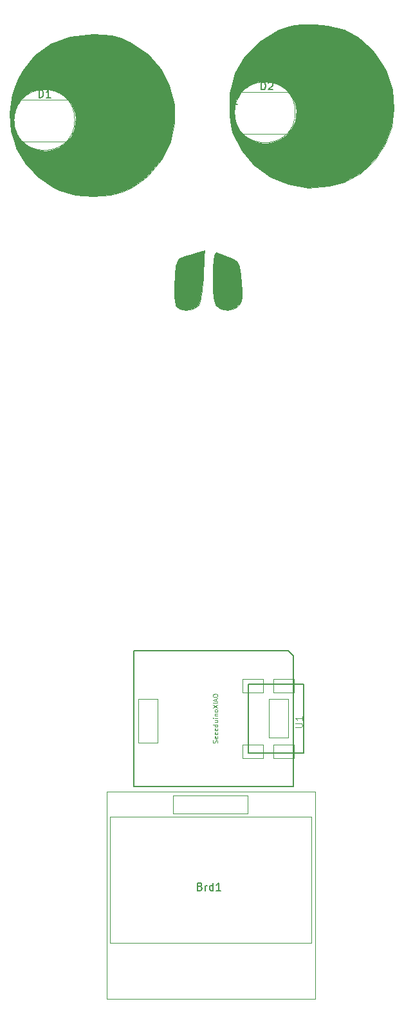
<source format=gbr>
G04 #@! TF.GenerationSoftware,KiCad,Pcbnew,(5.1.2)-1*
G04 #@! TF.CreationDate,2022-09-08T09:55:22+09:00*
G04 #@! TF.ProjectId,gopher_xiao,676f7068-6572-45f7-9869-616f2e6b6963,rev?*
G04 #@! TF.SameCoordinates,Original*
G04 #@! TF.FileFunction,Legend,Top*
G04 #@! TF.FilePolarity,Positive*
%FSLAX46Y46*%
G04 Gerber Fmt 4.6, Leading zero omitted, Abs format (unit mm)*
G04 Created by KiCad (PCBNEW (5.1.2)-1) date 2022-09-08 09:55:22*
%MOMM*%
%LPD*%
G04 APERTURE LIST*
%ADD10C,0.127000*%
%ADD11C,0.066040*%
%ADD12C,0.120000*%
%ADD13C,0.101600*%
%ADD14C,0.076200*%
%ADD15C,0.150000*%
%ADD16C,0.100000*%
%ADD17C,0.254000*%
G04 APERTURE END LIST*
D10*
X123718320Y-147180300D02*
X131071620Y-147180300D01*
X123718320Y-156179520D02*
X123718320Y-147180300D01*
X131071620Y-156179520D02*
X123718320Y-156179520D01*
X131071620Y-147185380D02*
X131071620Y-156179520D01*
X128976120Y-142786100D02*
X108648500Y-142786100D01*
X129646680Y-143456660D02*
X128976120Y-142786100D01*
X129646680Y-160583880D02*
X129646680Y-143456660D01*
X108648500Y-160583880D02*
X129646680Y-160583880D01*
X108648500Y-142786100D02*
X108648500Y-160583880D01*
D11*
X127063500Y-155105100D02*
X129730500Y-155105100D01*
X129730500Y-155105100D02*
X129730500Y-156883100D01*
X127063500Y-156883100D02*
X129730500Y-156883100D01*
X127063500Y-155105100D02*
X127063500Y-156883100D01*
X122996960Y-155105100D02*
X125666500Y-155105100D01*
X125666500Y-155105100D02*
X125666500Y-156883100D01*
X122996960Y-156883100D02*
X125666500Y-156883100D01*
X122996960Y-155105100D02*
X122996960Y-156883100D01*
X122996960Y-146469100D02*
X125666500Y-146469100D01*
X125666500Y-146469100D02*
X125666500Y-148247100D01*
X122996960Y-148247100D02*
X125666500Y-148247100D01*
X122996960Y-146469100D02*
X122996960Y-148247100D01*
X127063500Y-146469100D02*
X129730500Y-146469100D01*
X129730500Y-146469100D02*
X129730500Y-148247100D01*
X127063500Y-148247100D02*
X129730500Y-148247100D01*
X127063500Y-146469100D02*
X127063500Y-148247100D01*
X109283500Y-149136100D02*
X111823500Y-149136100D01*
X111823500Y-149136100D02*
X111823500Y-154851100D01*
X109283500Y-154851100D02*
X111823500Y-154851100D01*
X109283500Y-149136100D02*
X109283500Y-154851100D01*
X126428500Y-149136100D02*
X128968500Y-149136100D01*
X128968500Y-149136100D02*
X128968500Y-154216100D01*
X126428500Y-154216100D02*
X128968500Y-154216100D01*
X126428500Y-149136100D02*
X126428500Y-154216100D01*
D12*
X105167200Y-161296300D02*
X132567200Y-161296300D01*
X132567200Y-161296300D02*
X132567200Y-188596300D01*
X132567200Y-188596300D02*
X105167200Y-188596300D01*
X105167200Y-188596300D02*
X105167200Y-161296300D01*
X128689200Y-181191300D02*
X105589200Y-181191300D01*
X105589200Y-181191300D02*
X105589200Y-164591300D01*
X105589200Y-164591300D02*
X128689200Y-164591300D01*
X113868200Y-161785300D02*
X123647200Y-161785300D01*
X123647200Y-161785300D02*
X123647200Y-164198300D01*
X123647200Y-164198300D02*
X113868200Y-164198300D01*
X113868200Y-161785300D02*
X113868200Y-164198300D01*
X128689200Y-164591300D02*
X131775200Y-164591300D01*
X128689200Y-181191300D02*
X132029200Y-181216300D01*
X132029200Y-181216300D02*
X132029200Y-164579300D01*
X132029200Y-164579300D02*
X131775200Y-164591300D01*
X129935247Y-71933500D02*
G75*
G03X129935247Y-71933500I-3993356J0D01*
G01*
X100915747Y-72936800D02*
G75*
G03X100915747Y-72936800I-3993356J0D01*
G01*
X129851000Y-74759000D02*
X129851000Y-73609000D01*
X122551000Y-74759000D02*
X129851000Y-74759000D01*
X122551000Y-69259000D02*
X129851000Y-69259000D01*
X100588000Y-75787500D02*
X100588000Y-74637500D01*
X93288000Y-75787500D02*
X100588000Y-75787500D01*
X93288000Y-70287500D02*
X100588000Y-70287500D01*
D13*
X129942166Y-152797933D02*
X130661833Y-152797933D01*
X130746500Y-152755600D01*
X130788833Y-152713266D01*
X130831166Y-152628600D01*
X130831166Y-152459266D01*
X130788833Y-152374600D01*
X130746500Y-152332266D01*
X130661833Y-152289933D01*
X129942166Y-152289933D01*
X130831166Y-151400933D02*
X130831166Y-151908933D01*
X130831166Y-151654933D02*
X129942166Y-151654933D01*
X130069166Y-151739600D01*
X130153833Y-151824266D01*
X130196166Y-151908933D01*
D14*
X119690242Y-154898271D02*
X119719271Y-154811185D01*
X119719271Y-154666042D01*
X119690242Y-154607985D01*
X119661214Y-154578957D01*
X119603157Y-154549928D01*
X119545100Y-154549928D01*
X119487042Y-154578957D01*
X119458014Y-154607985D01*
X119428985Y-154666042D01*
X119399957Y-154782157D01*
X119370928Y-154840214D01*
X119341900Y-154869242D01*
X119283842Y-154898271D01*
X119225785Y-154898271D01*
X119167728Y-154869242D01*
X119138700Y-154840214D01*
X119109671Y-154782157D01*
X119109671Y-154637014D01*
X119138700Y-154549928D01*
X119690242Y-154056442D02*
X119719271Y-154114500D01*
X119719271Y-154230614D01*
X119690242Y-154288671D01*
X119632185Y-154317700D01*
X119399957Y-154317700D01*
X119341900Y-154288671D01*
X119312871Y-154230614D01*
X119312871Y-154114500D01*
X119341900Y-154056442D01*
X119399957Y-154027414D01*
X119458014Y-154027414D01*
X119516071Y-154317700D01*
X119690242Y-153533928D02*
X119719271Y-153591985D01*
X119719271Y-153708100D01*
X119690242Y-153766157D01*
X119632185Y-153795185D01*
X119399957Y-153795185D01*
X119341900Y-153766157D01*
X119312871Y-153708100D01*
X119312871Y-153591985D01*
X119341900Y-153533928D01*
X119399957Y-153504900D01*
X119458014Y-153504900D01*
X119516071Y-153795185D01*
X119690242Y-153011414D02*
X119719271Y-153069471D01*
X119719271Y-153185585D01*
X119690242Y-153243642D01*
X119632185Y-153272671D01*
X119399957Y-153272671D01*
X119341900Y-153243642D01*
X119312871Y-153185585D01*
X119312871Y-153069471D01*
X119341900Y-153011414D01*
X119399957Y-152982385D01*
X119458014Y-152982385D01*
X119516071Y-153272671D01*
X119719271Y-152459871D02*
X119109671Y-152459871D01*
X119690242Y-152459871D02*
X119719271Y-152517928D01*
X119719271Y-152634042D01*
X119690242Y-152692100D01*
X119661214Y-152721128D01*
X119603157Y-152750157D01*
X119428985Y-152750157D01*
X119370928Y-152721128D01*
X119341900Y-152692100D01*
X119312871Y-152634042D01*
X119312871Y-152517928D01*
X119341900Y-152459871D01*
X119312871Y-151908328D02*
X119719271Y-151908328D01*
X119312871Y-152169585D02*
X119632185Y-152169585D01*
X119690242Y-152140557D01*
X119719271Y-152082500D01*
X119719271Y-151995414D01*
X119690242Y-151937357D01*
X119661214Y-151908328D01*
X119719271Y-151618042D02*
X119312871Y-151618042D01*
X119109671Y-151618042D02*
X119138700Y-151647071D01*
X119167728Y-151618042D01*
X119138700Y-151589014D01*
X119109671Y-151618042D01*
X119167728Y-151618042D01*
X119312871Y-151327757D02*
X119719271Y-151327757D01*
X119370928Y-151327757D02*
X119341900Y-151298728D01*
X119312871Y-151240671D01*
X119312871Y-151153585D01*
X119341900Y-151095528D01*
X119399957Y-151066500D01*
X119719271Y-151066500D01*
X119719271Y-150689128D02*
X119690242Y-150747185D01*
X119661214Y-150776214D01*
X119603157Y-150805242D01*
X119428985Y-150805242D01*
X119370928Y-150776214D01*
X119341900Y-150747185D01*
X119312871Y-150689128D01*
X119312871Y-150602042D01*
X119341900Y-150543985D01*
X119370928Y-150514957D01*
X119428985Y-150485928D01*
X119603157Y-150485928D01*
X119661214Y-150514957D01*
X119690242Y-150543985D01*
X119719271Y-150602042D01*
X119719271Y-150689128D01*
X119109671Y-150282728D02*
X119719271Y-149876328D01*
X119109671Y-149876328D02*
X119719271Y-150282728D01*
X119719271Y-149644100D02*
X119109671Y-149644100D01*
X119545100Y-149382842D02*
X119545100Y-149092557D01*
X119719271Y-149440900D02*
X119109671Y-149237700D01*
X119719271Y-149034500D01*
X119109671Y-148715185D02*
X119109671Y-148599071D01*
X119138700Y-148541014D01*
X119196757Y-148482957D01*
X119312871Y-148453928D01*
X119516071Y-148453928D01*
X119632185Y-148482957D01*
X119690242Y-148541014D01*
X119719271Y-148599071D01*
X119719271Y-148715185D01*
X119690242Y-148773242D01*
X119632185Y-148831300D01*
X119516071Y-148860328D01*
X119312871Y-148860328D01*
X119196757Y-148831300D01*
X119138700Y-148773242D01*
X119109671Y-148715185D01*
D15*
X117400533Y-173778871D02*
X117543390Y-173826490D01*
X117591009Y-173874109D01*
X117638628Y-173969347D01*
X117638628Y-174112204D01*
X117591009Y-174207442D01*
X117543390Y-174255061D01*
X117448152Y-174302680D01*
X117067200Y-174302680D01*
X117067200Y-173302680D01*
X117400533Y-173302680D01*
X117495771Y-173350300D01*
X117543390Y-173397919D01*
X117591009Y-173493157D01*
X117591009Y-173588395D01*
X117543390Y-173683633D01*
X117495771Y-173731252D01*
X117400533Y-173778871D01*
X117067200Y-173778871D01*
X118067200Y-174302680D02*
X118067200Y-173636014D01*
X118067200Y-173826490D02*
X118114819Y-173731252D01*
X118162438Y-173683633D01*
X118257676Y-173636014D01*
X118352914Y-173636014D01*
X119114819Y-174302680D02*
X119114819Y-173302680D01*
X119114819Y-174255061D02*
X119019580Y-174302680D01*
X118829104Y-174302680D01*
X118733866Y-174255061D01*
X118686247Y-174207442D01*
X118638628Y-174112204D01*
X118638628Y-173826490D01*
X118686247Y-173731252D01*
X118733866Y-173683633D01*
X118829104Y-173636014D01*
X119019580Y-173636014D01*
X119114819Y-173683633D01*
X120114819Y-174302680D02*
X119543390Y-174302680D01*
X119829104Y-174302680D02*
X119829104Y-173302680D01*
X119733866Y-173445538D01*
X119638628Y-173540776D01*
X119543390Y-173588395D01*
X125462904Y-68961380D02*
X125462904Y-67961380D01*
X125701000Y-67961380D01*
X125843857Y-68009000D01*
X125939095Y-68104238D01*
X125986714Y-68199476D01*
X126034333Y-68389952D01*
X126034333Y-68532809D01*
X125986714Y-68723285D01*
X125939095Y-68818523D01*
X125843857Y-68913761D01*
X125701000Y-68961380D01*
X125462904Y-68961380D01*
X126415285Y-68056619D02*
X126462904Y-68009000D01*
X126558142Y-67961380D01*
X126796238Y-67961380D01*
X126891476Y-68009000D01*
X126939095Y-68056619D01*
X126986714Y-68151857D01*
X126986714Y-68247095D01*
X126939095Y-68389952D01*
X126367666Y-68961380D01*
X126986714Y-68961380D01*
X122336714Y-70861380D02*
X121765285Y-70861380D01*
X122051000Y-70861380D02*
X122051000Y-69861380D01*
X121955761Y-70004238D01*
X121860523Y-70099476D01*
X121765285Y-70147095D01*
X96199904Y-69989880D02*
X96199904Y-68989880D01*
X96438000Y-68989880D01*
X96580857Y-69037500D01*
X96676095Y-69132738D01*
X96723714Y-69227976D01*
X96771333Y-69418452D01*
X96771333Y-69561309D01*
X96723714Y-69751785D01*
X96676095Y-69847023D01*
X96580857Y-69942261D01*
X96438000Y-69989880D01*
X96199904Y-69989880D01*
X97723714Y-69989880D02*
X97152285Y-69989880D01*
X97438000Y-69989880D02*
X97438000Y-68989880D01*
X97342761Y-69132738D01*
X97247523Y-69227976D01*
X97152285Y-69275595D01*
X93073714Y-71889880D02*
X92502285Y-71889880D01*
X92788000Y-71889880D02*
X92788000Y-70889880D01*
X92692761Y-71032738D01*
X92597523Y-71127976D01*
X92502285Y-71175595D01*
D16*
G36*
X121763723Y-91171793D02*
G01*
X122291481Y-91579807D01*
X122559954Y-92178200D01*
X122736519Y-93323350D01*
X122839226Y-94358023D01*
X122927856Y-95345621D01*
X122904435Y-96315781D01*
X122730648Y-96948860D01*
X122410257Y-97392479D01*
X121979775Y-97712266D01*
X121021383Y-97961199D01*
X120080546Y-97812645D01*
X119451215Y-97269693D01*
X119419912Y-97207088D01*
X119203363Y-96383076D01*
X119102283Y-95258561D01*
X119067283Y-93871835D01*
X119092638Y-92502690D01*
X119175675Y-91351063D01*
X119325239Y-90534691D01*
X119497500Y-90325826D01*
X121763723Y-91171793D01*
X121763723Y-91171793D01*
G37*
X121763723Y-91171793D02*
X122291481Y-91579807D01*
X122559954Y-92178200D01*
X122736519Y-93323350D01*
X122839226Y-94358023D01*
X122927856Y-95345621D01*
X122904435Y-96315781D01*
X122730648Y-96948860D01*
X122410257Y-97392479D01*
X121979775Y-97712266D01*
X121021383Y-97961199D01*
X120080546Y-97812645D01*
X119451215Y-97269693D01*
X119419912Y-97207088D01*
X119203363Y-96383076D01*
X119102283Y-95258561D01*
X119067283Y-93871835D01*
X119092638Y-92502690D01*
X119175675Y-91351063D01*
X119325239Y-90534691D01*
X119497500Y-90325826D01*
X121763723Y-91171793D01*
G36*
X117943233Y-90807372D02*
G01*
X117943208Y-90807891D01*
X117902575Y-91735155D01*
X117856855Y-92709880D01*
X117856833Y-92710394D01*
X117816246Y-93819242D01*
X117691927Y-95120786D01*
X117691912Y-95120944D01*
X117661602Y-95449305D01*
X117517157Y-96313438D01*
X117441840Y-96742746D01*
X117213375Y-97332739D01*
X117172975Y-97412476D01*
X116472759Y-97815593D01*
X115547727Y-97952727D01*
X114698240Y-97806605D01*
X114216401Y-97385605D01*
X114166198Y-97228149D01*
X114042540Y-96199143D01*
X113986843Y-94815573D01*
X114075502Y-93398295D01*
X114219324Y-92133546D01*
X114600686Y-91232146D01*
X115389578Y-90819152D01*
X116082049Y-90652959D01*
X116083285Y-90652646D01*
X117119605Y-90375786D01*
X117120381Y-90375572D01*
X117709661Y-90207932D01*
X117710270Y-90207754D01*
X117980120Y-90127272D01*
X117943233Y-90807372D01*
X117943233Y-90807372D01*
G37*
X117943233Y-90807372D02*
X117943208Y-90807891D01*
X117902575Y-91735155D01*
X117856855Y-92709880D01*
X117856833Y-92710394D01*
X117816246Y-93819242D01*
X117691927Y-95120786D01*
X117691912Y-95120944D01*
X117661602Y-95449305D01*
X117517157Y-96313438D01*
X117441840Y-96742746D01*
X117213375Y-97332739D01*
X117172975Y-97412476D01*
X116472759Y-97815593D01*
X115547727Y-97952727D01*
X114698240Y-97806605D01*
X114216401Y-97385605D01*
X114166198Y-97228149D01*
X114042540Y-96199143D01*
X113986843Y-94815573D01*
X114075502Y-93398295D01*
X114219324Y-92133546D01*
X114600686Y-91232146D01*
X115389578Y-90819152D01*
X116082049Y-90652959D01*
X116083285Y-90652646D01*
X117119605Y-90375786D01*
X117120381Y-90375572D01*
X117709661Y-90207932D01*
X117710270Y-90207754D01*
X117980120Y-90127272D01*
X117943233Y-90807372D01*
G36*
X132592791Y-60415597D02*
G01*
X134187478Y-60567472D01*
X136352067Y-61095976D01*
X138200671Y-62083413D01*
X139946594Y-63619319D01*
X140462513Y-64200672D01*
X141854112Y-66412049D01*
X142688543Y-68915342D01*
X142908544Y-71428919D01*
X142607647Y-73813337D01*
X141788505Y-76081149D01*
X140433597Y-78181762D01*
X138573514Y-79895262D01*
X136331045Y-81096133D01*
X134301603Y-81657199D01*
X131597293Y-81849461D01*
X128967127Y-81404356D01*
X126610573Y-80433415D01*
X124669780Y-79019626D01*
X124512183Y-78903891D01*
X122822685Y-76897923D01*
X124101417Y-75548555D01*
X124628138Y-75776003D01*
X124635479Y-75778517D01*
X125206979Y-75925837D01*
X125210537Y-75926617D01*
X125728697Y-76020597D01*
X125737620Y-76021400D01*
X126215140Y-76021400D01*
X126223946Y-76020618D01*
X127018966Y-75878378D01*
X127024728Y-75876991D01*
X127525108Y-75724591D01*
X127533594Y-75721128D01*
X128051754Y-75451888D01*
X128056609Y-75449006D01*
X128615409Y-75073086D01*
X128621616Y-75068153D01*
X129040716Y-74676993D01*
X129046906Y-74670028D01*
X129544746Y-73991848D01*
X129550441Y-73981853D01*
X129900961Y-73158893D01*
X129903871Y-73149680D01*
X130053731Y-72443560D01*
X130054694Y-72436728D01*
X130097874Y-71829668D01*
X130097696Y-71820619D01*
X130024036Y-71155139D01*
X130022545Y-71147363D01*
X129857445Y-70547923D01*
X129854540Y-70540037D01*
X129547200Y-69882177D01*
X129541657Y-69873019D01*
X128929517Y-69070379D01*
X128921896Y-69062395D01*
X128243716Y-68493435D01*
X128231915Y-68486062D01*
X127096535Y-67980602D01*
X127086790Y-67977414D01*
X126341870Y-67815976D01*
X131809183Y-60401263D01*
X132592791Y-60415597D01*
X132592791Y-60415597D01*
G37*
X132592791Y-60415597D02*
X134187478Y-60567472D01*
X136352067Y-61095976D01*
X138200671Y-62083413D01*
X139946594Y-63619319D01*
X140462513Y-64200672D01*
X141854112Y-66412049D01*
X142688543Y-68915342D01*
X142908544Y-71428919D01*
X142607647Y-73813337D01*
X141788505Y-76081149D01*
X140433597Y-78181762D01*
X138573514Y-79895262D01*
X136331045Y-81096133D01*
X134301603Y-81657199D01*
X131597293Y-81849461D01*
X128967127Y-81404356D01*
X126610573Y-80433415D01*
X124669780Y-79019626D01*
X124512183Y-78903891D01*
X122822685Y-76897923D01*
X124101417Y-75548555D01*
X124628138Y-75776003D01*
X124635479Y-75778517D01*
X125206979Y-75925837D01*
X125210537Y-75926617D01*
X125728697Y-76020597D01*
X125737620Y-76021400D01*
X126215140Y-76021400D01*
X126223946Y-76020618D01*
X127018966Y-75878378D01*
X127024728Y-75876991D01*
X127525108Y-75724591D01*
X127533594Y-75721128D01*
X128051754Y-75451888D01*
X128056609Y-75449006D01*
X128615409Y-75073086D01*
X128621616Y-75068153D01*
X129040716Y-74676993D01*
X129046906Y-74670028D01*
X129544746Y-73991848D01*
X129550441Y-73981853D01*
X129900961Y-73158893D01*
X129903871Y-73149680D01*
X130053731Y-72443560D01*
X130054694Y-72436728D01*
X130097874Y-71829668D01*
X130097696Y-71820619D01*
X130024036Y-71155139D01*
X130022545Y-71147363D01*
X129857445Y-70547923D01*
X129854540Y-70540037D01*
X129547200Y-69882177D01*
X129541657Y-69873019D01*
X128929517Y-69070379D01*
X128921896Y-69062395D01*
X128243716Y-68493435D01*
X128231915Y-68486062D01*
X127096535Y-67980602D01*
X127086790Y-67977414D01*
X126341870Y-67815976D01*
X131809183Y-60401263D01*
X132592791Y-60415597D01*
G36*
X131405040Y-60374967D02*
G01*
X131959822Y-60398851D01*
X126455441Y-67854216D01*
X125590585Y-67849281D01*
X125581718Y-67850022D01*
X124852738Y-67977022D01*
X124843220Y-67979671D01*
X124058360Y-68284471D01*
X124048606Y-68289557D01*
X123639666Y-68563877D01*
X123636390Y-68566273D01*
X123288410Y-68843133D01*
X123284643Y-68846452D01*
X122984923Y-69138552D01*
X122982878Y-69140666D01*
X122772058Y-69371806D01*
X122767845Y-69377106D01*
X122541785Y-69704766D01*
X122539805Y-69707874D01*
X122367085Y-70002514D01*
X122365934Y-70004588D01*
X122172894Y-70372888D01*
X122169009Y-70382700D01*
X121968349Y-71104060D01*
X121967076Y-71110027D01*
X121908656Y-71498647D01*
X121908135Y-71504212D01*
X121887815Y-72047772D01*
X121887958Y-72053850D01*
X121918438Y-72414530D01*
X121918826Y-72417823D01*
X121962006Y-72702303D01*
X121962808Y-72706418D01*
X122072028Y-73163618D01*
X122073978Y-73169910D01*
X122228918Y-73573770D01*
X122230879Y-73578221D01*
X122365499Y-73847461D01*
X122366682Y-73849686D01*
X122488602Y-74065586D01*
X122489706Y-74067445D01*
X122598926Y-74242705D01*
X122601854Y-74246907D01*
X122926974Y-74666007D01*
X122931496Y-74671083D01*
X123299796Y-75031763D01*
X123305165Y-75036326D01*
X123775065Y-75381766D01*
X123778955Y-75384355D01*
X124056358Y-75550797D01*
X123237495Y-76434879D01*
X122816203Y-76871398D01*
X122815856Y-76871778D01*
X122556901Y-76335854D01*
X122178532Y-75538485D01*
X122178429Y-75538269D01*
X121682940Y-74506843D01*
X121494322Y-73707102D01*
X121324724Y-72309816D01*
X121263934Y-70729296D01*
X121299360Y-70104289D01*
X121299364Y-70104213D01*
X121337210Y-69417944D01*
X121648482Y-68142487D01*
X121889782Y-67172207D01*
X121889828Y-67172020D01*
X121974526Y-66825755D01*
X123252912Y-64582263D01*
X125158940Y-62693930D01*
X127693307Y-61169766D01*
X128832108Y-60687479D01*
X129812062Y-60438083D01*
X130754715Y-60374902D01*
X130975783Y-60362341D01*
X131405040Y-60374967D01*
X131405040Y-60374967D01*
G37*
X131405040Y-60374967D02*
X131959822Y-60398851D01*
X126455441Y-67854216D01*
X125590585Y-67849281D01*
X125581718Y-67850022D01*
X124852738Y-67977022D01*
X124843220Y-67979671D01*
X124058360Y-68284471D01*
X124048606Y-68289557D01*
X123639666Y-68563877D01*
X123636390Y-68566273D01*
X123288410Y-68843133D01*
X123284643Y-68846452D01*
X122984923Y-69138552D01*
X122982878Y-69140666D01*
X122772058Y-69371806D01*
X122767845Y-69377106D01*
X122541785Y-69704766D01*
X122539805Y-69707874D01*
X122367085Y-70002514D01*
X122365934Y-70004588D01*
X122172894Y-70372888D01*
X122169009Y-70382700D01*
X121968349Y-71104060D01*
X121967076Y-71110027D01*
X121908656Y-71498647D01*
X121908135Y-71504212D01*
X121887815Y-72047772D01*
X121887958Y-72053850D01*
X121918438Y-72414530D01*
X121918826Y-72417823D01*
X121962006Y-72702303D01*
X121962808Y-72706418D01*
X122072028Y-73163618D01*
X122073978Y-73169910D01*
X122228918Y-73573770D01*
X122230879Y-73578221D01*
X122365499Y-73847461D01*
X122366682Y-73849686D01*
X122488602Y-74065586D01*
X122489706Y-74067445D01*
X122598926Y-74242705D01*
X122601854Y-74246907D01*
X122926974Y-74666007D01*
X122931496Y-74671083D01*
X123299796Y-75031763D01*
X123305165Y-75036326D01*
X123775065Y-75381766D01*
X123778955Y-75384355D01*
X124056358Y-75550797D01*
X123237495Y-76434879D01*
X122816203Y-76871398D01*
X122815856Y-76871778D01*
X122556901Y-76335854D01*
X122178532Y-75538485D01*
X122178429Y-75538269D01*
X121682940Y-74506843D01*
X121494322Y-73707102D01*
X121324724Y-72309816D01*
X121263934Y-70729296D01*
X121299360Y-70104289D01*
X121299364Y-70104213D01*
X121337210Y-69417944D01*
X121648482Y-68142487D01*
X121889782Y-67172207D01*
X121889828Y-67172020D01*
X121974526Y-66825755D01*
X123252912Y-64582263D01*
X125158940Y-62693930D01*
X127693307Y-61169766D01*
X128832108Y-60687479D01*
X129812062Y-60438083D01*
X130754715Y-60374902D01*
X130975783Y-60362341D01*
X131405040Y-60374967D01*
G36*
X104659720Y-61690624D02*
G01*
X105822215Y-61811928D01*
X106962713Y-62132378D01*
X108258173Y-62708138D01*
X110522649Y-64271765D01*
X112226413Y-66192923D01*
X113366499Y-68409898D01*
X113991017Y-70849815D01*
X114028940Y-73302169D01*
X113504331Y-75820292D01*
X112359273Y-78125575D01*
X110572069Y-80234965D01*
X109686074Y-80964460D01*
X108342181Y-81846469D01*
X107162463Y-82426865D01*
X105630638Y-82797663D01*
X103329718Y-82984976D01*
X100943003Y-82792622D01*
X98920553Y-82256673D01*
X97900182Y-81732630D01*
X96011369Y-80348385D01*
X93365011Y-76320431D01*
X96522130Y-77003250D01*
X96531312Y-77004361D01*
X97079952Y-77019601D01*
X97086242Y-77019379D01*
X97601862Y-76968579D01*
X97608507Y-76967468D01*
X98261287Y-76812528D01*
X98269536Y-76809794D01*
X98970576Y-76507534D01*
X98980084Y-76502133D01*
X99622704Y-76037313D01*
X99629400Y-76031499D01*
X100239000Y-75399039D01*
X100244655Y-75391996D01*
X100450395Y-75082116D01*
X100453336Y-75077069D01*
X100730196Y-74530969D01*
X100732931Y-74524478D01*
X100892951Y-74054578D01*
X100895184Y-74045048D01*
X101060284Y-72802988D01*
X101060360Y-72790409D01*
X100971460Y-72053809D01*
X100969457Y-72044611D01*
X100745937Y-71343571D01*
X100742519Y-71335422D01*
X100452959Y-70786782D01*
X100447611Y-70778671D01*
X99812611Y-69993811D01*
X99804320Y-69985701D01*
X99032160Y-69388801D01*
X99020109Y-69381920D01*
X98026969Y-68985680D01*
X98017433Y-68982935D01*
X97336713Y-68858475D01*
X97326430Y-68857677D01*
X96539030Y-68877997D01*
X96530964Y-68878863D01*
X95837544Y-69010943D01*
X95828841Y-69013435D01*
X95107481Y-69292835D01*
X95099595Y-69296718D01*
X94446815Y-69692958D01*
X94437991Y-69699768D01*
X93810611Y-70306828D01*
X93804709Y-70313676D01*
X93492289Y-70750556D01*
X93488944Y-70755921D01*
X93275330Y-71152340D01*
X92676969Y-69668216D01*
X93095079Y-68443928D01*
X93406052Y-67543876D01*
X93922645Y-66619049D01*
X94379766Y-66040702D01*
X95658211Y-64438216D01*
X97775658Y-62906983D01*
X100318635Y-61966638D01*
X103359411Y-61642558D01*
X104659720Y-61690624D01*
X104659720Y-61690624D01*
G37*
X104659720Y-61690624D02*
X105822215Y-61811928D01*
X106962713Y-62132378D01*
X108258173Y-62708138D01*
X110522649Y-64271765D01*
X112226413Y-66192923D01*
X113366499Y-68409898D01*
X113991017Y-70849815D01*
X114028940Y-73302169D01*
X113504331Y-75820292D01*
X112359273Y-78125575D01*
X110572069Y-80234965D01*
X109686074Y-80964460D01*
X108342181Y-81846469D01*
X107162463Y-82426865D01*
X105630638Y-82797663D01*
X103329718Y-82984976D01*
X100943003Y-82792622D01*
X98920553Y-82256673D01*
X97900182Y-81732630D01*
X96011369Y-80348385D01*
X93365011Y-76320431D01*
X96522130Y-77003250D01*
X96531312Y-77004361D01*
X97079952Y-77019601D01*
X97086242Y-77019379D01*
X97601862Y-76968579D01*
X97608507Y-76967468D01*
X98261287Y-76812528D01*
X98269536Y-76809794D01*
X98970576Y-76507534D01*
X98980084Y-76502133D01*
X99622704Y-76037313D01*
X99629400Y-76031499D01*
X100239000Y-75399039D01*
X100244655Y-75391996D01*
X100450395Y-75082116D01*
X100453336Y-75077069D01*
X100730196Y-74530969D01*
X100732931Y-74524478D01*
X100892951Y-74054578D01*
X100895184Y-74045048D01*
X101060284Y-72802988D01*
X101060360Y-72790409D01*
X100971460Y-72053809D01*
X100969457Y-72044611D01*
X100745937Y-71343571D01*
X100742519Y-71335422D01*
X100452959Y-70786782D01*
X100447611Y-70778671D01*
X99812611Y-69993811D01*
X99804320Y-69985701D01*
X99032160Y-69388801D01*
X99020109Y-69381920D01*
X98026969Y-68985680D01*
X98017433Y-68982935D01*
X97336713Y-68858475D01*
X97326430Y-68857677D01*
X96539030Y-68877997D01*
X96530964Y-68878863D01*
X95837544Y-69010943D01*
X95828841Y-69013435D01*
X95107481Y-69292835D01*
X95099595Y-69296718D01*
X94446815Y-69692958D01*
X94437991Y-69699768D01*
X93810611Y-70306828D01*
X93804709Y-70313676D01*
X93492289Y-70750556D01*
X93488944Y-70755921D01*
X93275330Y-71152340D01*
X92676969Y-69668216D01*
X93095079Y-68443928D01*
X93406052Y-67543876D01*
X93922645Y-66619049D01*
X94379766Y-66040702D01*
X95658211Y-64438216D01*
X97775658Y-62906983D01*
X100318635Y-61966638D01*
X103359411Y-61642558D01*
X104659720Y-61690624D01*
D17*
G36*
X93178464Y-71187718D02*
G01*
X93040066Y-71515041D01*
X93034173Y-71532365D01*
X92861453Y-72192765D01*
X92858405Y-72208332D01*
X92807605Y-72594412D01*
X92806699Y-72604246D01*
X92791459Y-72891266D01*
X92791329Y-72901526D01*
X92798949Y-73175846D01*
X92799710Y-73186639D01*
X92840350Y-73544779D01*
X92841107Y-73550346D01*
X92874127Y-73758626D01*
X92876292Y-73769302D01*
X92952492Y-74076642D01*
X92955191Y-74085981D01*
X93072031Y-74439041D01*
X93076856Y-74451412D01*
X93219096Y-74766372D01*
X93221598Y-74771592D01*
X93305418Y-74936692D01*
X93309226Y-74943645D01*
X93443846Y-75172245D01*
X93449682Y-75181260D01*
X93647802Y-75460660D01*
X93655152Y-75470057D01*
X93906612Y-75762157D01*
X93913057Y-75769103D01*
X94202617Y-76058663D01*
X94214848Y-76069416D01*
X94659348Y-76412316D01*
X94676139Y-76423271D01*
X95267959Y-76745851D01*
X95284342Y-76753327D01*
X95624702Y-76880327D01*
X95632607Y-76882984D01*
X95872639Y-76954994D01*
X95883812Y-80067889D01*
X95740373Y-79909508D01*
X95739032Y-79908050D01*
X94479885Y-78560586D01*
X93297203Y-76675844D01*
X93235905Y-76539626D01*
X92994562Y-75704982D01*
X92994392Y-75704398D01*
X92627499Y-74457967D01*
X92469187Y-72098359D01*
X92630386Y-70690386D01*
X92699096Y-70126387D01*
X93178464Y-71187718D01*
X93178464Y-71187718D01*
G37*
X93178464Y-71187718D02*
X93040066Y-71515041D01*
X93034173Y-71532365D01*
X92861453Y-72192765D01*
X92858405Y-72208332D01*
X92807605Y-72594412D01*
X92806699Y-72604246D01*
X92791459Y-72891266D01*
X92791329Y-72901526D01*
X92798949Y-73175846D01*
X92799710Y-73186639D01*
X92840350Y-73544779D01*
X92841107Y-73550346D01*
X92874127Y-73758626D01*
X92876292Y-73769302D01*
X92952492Y-74076642D01*
X92955191Y-74085981D01*
X93072031Y-74439041D01*
X93076856Y-74451412D01*
X93219096Y-74766372D01*
X93221598Y-74771592D01*
X93305418Y-74936692D01*
X93309226Y-74943645D01*
X93443846Y-75172245D01*
X93449682Y-75181260D01*
X93647802Y-75460660D01*
X93655152Y-75470057D01*
X93906612Y-75762157D01*
X93913057Y-75769103D01*
X94202617Y-76058663D01*
X94214848Y-76069416D01*
X94659348Y-76412316D01*
X94676139Y-76423271D01*
X95267959Y-76745851D01*
X95284342Y-76753327D01*
X95624702Y-76880327D01*
X95632607Y-76882984D01*
X95872639Y-76954994D01*
X95883812Y-80067889D01*
X95740373Y-79909508D01*
X95739032Y-79908050D01*
X94479885Y-78560586D01*
X93297203Y-76675844D01*
X93235905Y-76539626D01*
X92994562Y-75704982D01*
X92994392Y-75704398D01*
X92627499Y-74457967D01*
X92469187Y-72098359D01*
X92630386Y-70690386D01*
X92699096Y-70126387D01*
X93178464Y-71187718D01*
D16*
G36*
X92739308Y-69991783D02*
G01*
X92633859Y-70019291D01*
X92658962Y-69812187D01*
X92739308Y-69991783D01*
X92739308Y-69991783D01*
G37*
X92739308Y-69991783D02*
X92633859Y-70019291D01*
X92658962Y-69812187D01*
X92739308Y-69991783D01*
M02*

</source>
